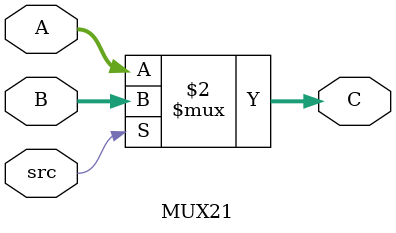
<source format=sv>
module MUX21(
	input logic src,
	input logic [31:0] A, B,
	output logic [31:0] C
);

assign C = (src == 1'b1) ? B : A;

endmodule
</source>
